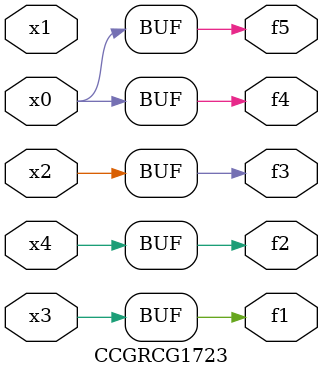
<source format=v>
module CCGRCG1723(
	input x0, x1, x2, x3, x4,
	output f1, f2, f3, f4, f5
);
	assign f1 = x3;
	assign f2 = x4;
	assign f3 = x2;
	assign f4 = x0;
	assign f5 = x0;
endmodule

</source>
